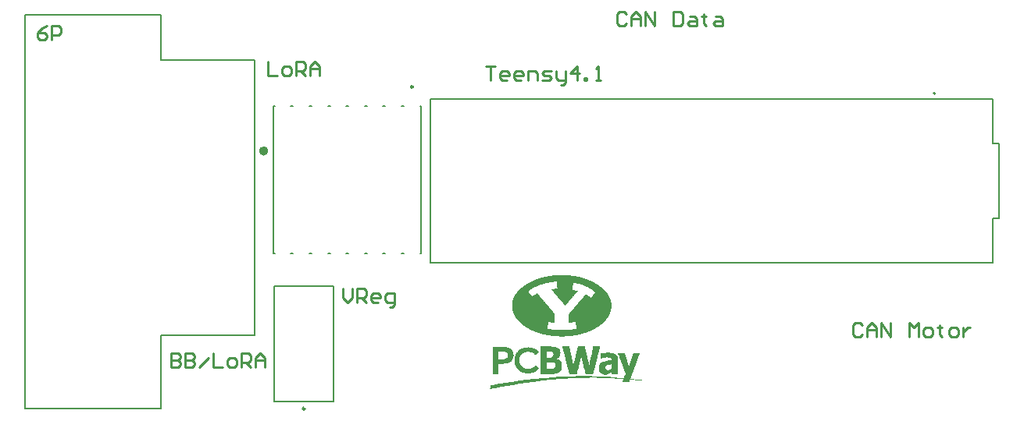
<source format=gbr>
%TF.GenerationSoftware,Altium Limited,Altium Designer,25.2.1 (25)*%
G04 Layer_Color=65535*
%FSLAX45Y45*%
%MOMM*%
%TF.SameCoordinates,E14999F2-3F76-4230-806F-2BB8C5B8D12E*%
%TF.FilePolarity,Positive*%
%TF.FileFunction,Legend,Top*%
%TF.Part,Single*%
G01*
G75*
%TA.AperFunction,NonConductor*%
%ADD35C,0.25000*%
%ADD36C,0.20000*%
%ADD37C,0.50000*%
%ADD38C,0.12700*%
%ADD39C,0.15240*%
%ADD40C,0.25400*%
G36*
X5879559Y1794426D02*
X5910207D01*
Y1792723D01*
X5911910D01*
Y1794426D01*
X5913613D01*
Y1792723D01*
X5935748D01*
Y1791021D01*
X5951072D01*
Y1789318D01*
X5962990D01*
Y1787615D01*
X5973206D01*
Y1785913D01*
X5986828D01*
Y1784210D01*
X5997044D01*
Y1782507D01*
X6007260D01*
Y1780804D01*
X6014071D01*
Y1779102D01*
X6020882D01*
Y1777399D01*
X6031098D01*
Y1775696D01*
X6037908D01*
Y1773994D01*
X6046422D01*
Y1772291D01*
X6051530D01*
Y1770589D01*
X6056638D01*
Y1768886D01*
X6065151D01*
Y1767183D01*
X6071962D01*
Y1765480D01*
X6077070D01*
Y1763778D01*
X6082178D01*
Y1762075D01*
X6088989D01*
Y1760372D01*
X6094097D01*
Y1758670D01*
X6099205D01*
Y1756967D01*
X6104313D01*
Y1755264D01*
X6107718D01*
Y1753562D01*
X6114529D01*
Y1751859D01*
X6119637D01*
Y1750156D01*
X6124745D01*
Y1748454D01*
X6128151D01*
Y1746751D01*
X6131556D01*
Y1745048D01*
X6136664D01*
Y1743346D01*
X6141772D01*
Y1741643D01*
X6146880D01*
Y1739940D01*
X6148583D01*
Y1738238D01*
X6153691D01*
Y1736535D01*
X6157096D01*
Y1734832D01*
X6162204D01*
Y1733129D01*
X6165609D01*
Y1731427D01*
X6169015D01*
Y1729724D01*
X6172420D01*
Y1728021D01*
X6177528D01*
Y1726319D01*
X6180934D01*
Y1724616D01*
X6182636D01*
Y1722913D01*
X6186042D01*
Y1721211D01*
X6191150D01*
Y1719508D01*
X6194555D01*
Y1717805D01*
X6197960D01*
Y1716103D01*
X6199663D01*
Y1714400D01*
X6203069D01*
Y1712697D01*
X6206474D01*
Y1710995D01*
X6209879D01*
Y1709292D01*
X6213285D01*
Y1707589D01*
X6214987D01*
Y1705887D01*
X6218393D01*
Y1704184D01*
X6221798D01*
Y1702481D01*
X6225203D01*
Y1700778D01*
X6226906D01*
Y1699076D01*
X6230311D01*
Y1697373D01*
X6232014D01*
Y1695670D01*
X6235420D01*
Y1693968D01*
X6238825D01*
Y1692265D01*
X6240528D01*
Y1690563D01*
X6242230D01*
Y1688860D01*
X6245636D01*
Y1687157D01*
X6247338D01*
Y1685454D01*
X6250744D01*
Y1683752D01*
X6252446D01*
Y1682049D01*
X6254149D01*
Y1680346D01*
X6257554D01*
Y1678644D01*
X6260960D01*
Y1676941D01*
X6262662D01*
Y1675238D01*
X6264365D01*
Y1673536D01*
X6266068D01*
Y1671833D01*
X6269473D01*
Y1670130D01*
X6271176D01*
Y1668427D01*
X6272878D01*
Y1666725D01*
X6274581D01*
Y1665022D01*
X6277986D01*
Y1663320D01*
X6279689D01*
Y1661617D01*
X6281392D01*
Y1659914D01*
X6283095D01*
Y1658212D01*
X6284797D01*
Y1656509D01*
X6288203D01*
Y1654806D01*
X6289905D01*
Y1653103D01*
X6291608D01*
Y1651401D01*
X6293311D01*
Y1649698D01*
X6295013D01*
Y1647995D01*
X6296716D01*
Y1646293D01*
X6298419D01*
Y1644590D01*
X6300122D01*
Y1642887D01*
X6301824D01*
Y1641185D01*
X6303527D01*
Y1639482D01*
X6305229D01*
Y1637779D01*
X6306932D01*
Y1636077D01*
X6308635D01*
Y1634374D01*
X6310337D01*
Y1632671D01*
X6312040D01*
Y1630969D01*
X6313743D01*
Y1629266D01*
X6315446D01*
Y1627563D01*
X6317148D01*
Y1625861D01*
X6318851D01*
Y1624158D01*
X6320554D01*
Y1622455D01*
X6322256D01*
Y1620752D01*
X6323959D01*
Y1619050D01*
X6325662D01*
Y1615644D01*
X6327364D01*
Y1613942D01*
X6329067D01*
Y1612239D01*
X6330770D01*
Y1610536D01*
X6332472D01*
Y1607131D01*
X6334175D01*
Y1605428D01*
X6335878D01*
Y1603726D01*
X6337580D01*
Y1600320D01*
X6339283D01*
Y1598618D01*
X6340986D01*
Y1596915D01*
X6342688D01*
Y1593510D01*
X6344391D01*
Y1591807D01*
X6346094D01*
Y1590104D01*
X6347797D01*
Y1586699D01*
X6349499D01*
Y1584996D01*
X6351202D01*
Y1581591D01*
X6352904D01*
Y1578186D01*
X6354607D01*
Y1574780D01*
X6356310D01*
Y1573077D01*
X6358013D01*
Y1569672D01*
X6359715D01*
Y1566267D01*
X6361418D01*
Y1562861D01*
X6363121D01*
Y1559456D01*
X6364823D01*
Y1556050D01*
X6366526D01*
Y1552645D01*
X6368229D01*
Y1547537D01*
X6369931D01*
Y1544132D01*
X6371634D01*
Y1540726D01*
X6373337D01*
Y1535618D01*
X6375039D01*
Y1530510D01*
X6376742D01*
Y1523700D01*
X6378445D01*
Y1518592D01*
X6380148D01*
Y1511781D01*
X6381850D01*
Y1504970D01*
X6383553D01*
Y1494754D01*
X6385255D01*
Y1477727D01*
X6386958D01*
Y1447079D01*
X6385255D01*
Y1430052D01*
X6383553D01*
Y1419836D01*
X6381850D01*
Y1411323D01*
X6380148D01*
Y1406215D01*
X6378445D01*
Y1401107D01*
X6376742D01*
Y1394296D01*
X6375039D01*
Y1389188D01*
X6373337D01*
Y1384080D01*
X6371634D01*
Y1380674D01*
X6369931D01*
Y1377269D01*
X6368229D01*
Y1372161D01*
X6366526D01*
Y1368756D01*
X6364823D01*
Y1365350D01*
X6363121D01*
Y1361945D01*
X6361418D01*
Y1358540D01*
X6359715D01*
Y1355134D01*
X6358013D01*
Y1351729D01*
X6356310D01*
Y1350026D01*
X6354607D01*
Y1346621D01*
X6352904D01*
Y1343215D01*
X6351202D01*
Y1341513D01*
X6349499D01*
Y1338107D01*
X6347797D01*
Y1334702D01*
X6346094D01*
Y1332999D01*
X6344391D01*
Y1331297D01*
X6342688D01*
Y1327891D01*
X6340986D01*
Y1326189D01*
X6339283D01*
Y1324486D01*
X6337580D01*
Y1321081D01*
X6335878D01*
Y1319378D01*
X6334175D01*
Y1317675D01*
X6332472D01*
Y1314270D01*
X6330770D01*
Y1312567D01*
X6329067D01*
Y1310865D01*
X6327364D01*
Y1309162D01*
X6325662D01*
Y1305756D01*
X6323959D01*
Y1304054D01*
X6322256D01*
Y1302351D01*
X6320554D01*
Y1300648D01*
X6318851D01*
Y1298946D01*
X6317148D01*
Y1297243D01*
X6315446D01*
Y1295540D01*
X6313743D01*
Y1293838D01*
X6312040D01*
Y1292135D01*
X6310337D01*
Y1290432D01*
X6308635D01*
Y1288730D01*
X6306932D01*
Y1287027D01*
X6305229D01*
Y1285324D01*
X6303527D01*
Y1283622D01*
X6301824D01*
Y1281919D01*
X6300122D01*
Y1280216D01*
X6298419D01*
Y1278514D01*
X6296716D01*
Y1276811D01*
X6295013D01*
Y1275108D01*
X6293311D01*
Y1273405D01*
X6291608D01*
Y1271703D01*
X6289905D01*
Y1270000D01*
X6286500D01*
Y1268297D01*
X6284797D01*
Y1266595D01*
X6283095D01*
Y1264892D01*
X6281392D01*
Y1263189D01*
X6279689D01*
Y1261487D01*
X6277986D01*
Y1259784D01*
X6274581D01*
Y1258081D01*
X6272878D01*
Y1256379D01*
X6271176D01*
Y1254676D01*
X6267771D01*
Y1252973D01*
X6266068D01*
Y1251271D01*
X6264365D01*
Y1249568D01*
X6262662D01*
Y1247865D01*
X6259257D01*
Y1246163D01*
X6257554D01*
Y1244460D01*
X6254149D01*
Y1242757D01*
X6252446D01*
Y1241054D01*
X6250744D01*
Y1239352D01*
X6247338D01*
Y1237649D01*
X6245636D01*
Y1235946D01*
X6242230D01*
Y1234244D01*
X6240528D01*
Y1232541D01*
X6237122D01*
Y1230839D01*
X6235420D01*
Y1229136D01*
X6232014D01*
Y1227433D01*
X6228609D01*
Y1225730D01*
X6226906D01*
Y1224028D01*
X6223501D01*
Y1222325D01*
X6220095D01*
Y1220622D01*
X6216690D01*
Y1218920D01*
X6214987D01*
Y1217217D01*
X6213285D01*
Y1215514D01*
X6209879D01*
Y1213812D01*
X6206474D01*
Y1212109D01*
X6203069D01*
Y1210406D01*
X6199663D01*
Y1208704D01*
X6196258D01*
Y1207001D01*
X6192852D01*
Y1205298D01*
X6189447D01*
Y1203596D01*
X6186042D01*
Y1201893D01*
X6182636D01*
Y1200190D01*
X6180934D01*
Y1198488D01*
X6175826D01*
Y1196785D01*
X6172420D01*
Y1195082D01*
X6169015D01*
Y1193379D01*
X6165609D01*
Y1191677D01*
X6162204D01*
Y1189974D01*
X6157096D01*
Y1188271D01*
X6151988D01*
Y1186569D01*
X6148583D01*
Y1184866D01*
X6145177D01*
Y1183163D01*
X6141772D01*
Y1181461D01*
X6136664D01*
Y1179758D01*
X6131556D01*
Y1178055D01*
X6128151D01*
Y1176353D01*
X6123043D01*
Y1174650D01*
X6119637D01*
Y1172947D01*
X6114529D01*
Y1171245D01*
X6107718D01*
Y1169542D01*
X6104313D01*
Y1167839D01*
X6099205D01*
Y1166137D01*
X6094097D01*
Y1164434D01*
X6087286D01*
Y1162731D01*
X6082178D01*
Y1161028D01*
X6077070D01*
Y1159326D01*
X6071962D01*
Y1157623D01*
X6065151D01*
Y1155920D01*
X6056638D01*
Y1154218D01*
X6051530D01*
Y1152515D01*
X6046422D01*
Y1150813D01*
X6037908D01*
Y1149110D01*
X6029395D01*
Y1147407D01*
X6020882D01*
Y1145704D01*
X6014071D01*
Y1144002D01*
X6005557D01*
Y1142299D01*
X5995341D01*
Y1140596D01*
X5983423D01*
Y1138894D01*
X5971504D01*
Y1137191D01*
X5962990D01*
Y1135488D01*
X5949369D01*
Y1133786D01*
X5934045D01*
Y1132083D01*
X5911910D01*
Y1130380D01*
X5879559D01*
Y1128677D01*
X5818263D01*
Y1130380D01*
X5816560D01*
Y1128677D01*
X5814857D01*
Y1130380D01*
X5785912D01*
Y1132083D01*
X5762074D01*
Y1133786D01*
X5746750D01*
Y1135488D01*
X5734831D01*
Y1137191D01*
X5724615D01*
Y1138894D01*
X5710994D01*
Y1140596D01*
X5700778D01*
Y1142299D01*
X5690561D01*
Y1144002D01*
X5682048D01*
Y1145704D01*
X5676940D01*
Y1147407D01*
X5666724D01*
Y1149110D01*
X5658210D01*
Y1150813D01*
X5651400D01*
Y1152515D01*
X5646292D01*
Y1154218D01*
X5639481D01*
Y1155920D01*
X5632670D01*
Y1157623D01*
X5625859D01*
Y1159326D01*
X5619049D01*
Y1161028D01*
X5613941D01*
Y1162731D01*
X5608833D01*
Y1164434D01*
X5602022D01*
Y1166137D01*
X5596914D01*
Y1167839D01*
X5591806D01*
Y1169542D01*
X5588401D01*
Y1171245D01*
X5583293D01*
Y1172947D01*
X5578184D01*
Y1174650D01*
X5573076D01*
Y1176353D01*
X5569671D01*
Y1178055D01*
X5564563D01*
Y1179758D01*
X5561158D01*
Y1181461D01*
X5556050D01*
Y1183163D01*
X5550942D01*
Y1184866D01*
X5547536D01*
Y1186569D01*
X5544131D01*
Y1188271D01*
X5540726D01*
Y1189974D01*
X5535618D01*
Y1191677D01*
X5532212D01*
Y1193379D01*
X5528807D01*
Y1195082D01*
X5525401D01*
Y1196785D01*
X5520293D01*
Y1198488D01*
X5516888D01*
Y1200190D01*
X5513482D01*
Y1201893D01*
X5510077D01*
Y1203596D01*
X5506672D01*
Y1205298D01*
X5503267D01*
Y1207001D01*
X5499861D01*
Y1208704D01*
X5498158D01*
Y1210406D01*
X5494753D01*
Y1212109D01*
X5491348D01*
Y1213812D01*
X5487942D01*
Y1215514D01*
X5484537D01*
Y1217217D01*
X5482834D01*
Y1218920D01*
X5479429D01*
Y1220622D01*
X5476024D01*
Y1222325D01*
X5472618D01*
Y1224028D01*
X5470916D01*
Y1225730D01*
X5467510D01*
Y1227433D01*
X5465807D01*
Y1229136D01*
X5462402D01*
Y1230839D01*
X5458997D01*
Y1232541D01*
X5457294D01*
Y1234244D01*
X5453889D01*
Y1235946D01*
X5452186D01*
Y1237649D01*
X5448781D01*
Y1239352D01*
X5447078D01*
Y1241054D01*
X5443673D01*
Y1242757D01*
X5441970D01*
Y1244460D01*
X5440267D01*
Y1246163D01*
X5436862D01*
Y1247865D01*
X5435159D01*
Y1249568D01*
X5433456D01*
Y1251271D01*
X5430051D01*
Y1252973D01*
X5428349D01*
Y1254676D01*
X5426646D01*
Y1256379D01*
X5423240D01*
Y1258081D01*
X5421538D01*
Y1259784D01*
X5419835D01*
Y1261487D01*
X5418132D01*
Y1263189D01*
X5414727D01*
Y1264892D01*
X5413024D01*
Y1266595D01*
X5411322D01*
Y1268297D01*
X5409619D01*
Y1270000D01*
X5407916D01*
Y1271703D01*
X5406214D01*
Y1273405D01*
X5404511D01*
Y1275108D01*
X5402808D01*
Y1276811D01*
X5399403D01*
Y1278514D01*
X5397700D01*
Y1280216D01*
X5395998D01*
Y1281919D01*
X5394295D01*
Y1285324D01*
X5390890D01*
Y1287027D01*
X5389187D01*
Y1288730D01*
X5387484D01*
Y1290432D01*
X5385781D01*
Y1292135D01*
X5384079D01*
Y1293838D01*
X5382376D01*
Y1295540D01*
X5380674D01*
Y1298946D01*
X5378971D01*
Y1300648D01*
X5377268D01*
Y1302351D01*
X5375565D01*
Y1304054D01*
X5373863D01*
Y1305756D01*
X5372160D01*
Y1307459D01*
X5370457D01*
Y1310865D01*
X5368755D01*
Y1312567D01*
X5367052D01*
Y1314270D01*
X5365349D01*
Y1315972D01*
X5363647D01*
Y1317675D01*
X5361944D01*
Y1321081D01*
X5360241D01*
Y1322783D01*
X5358539D01*
Y1324486D01*
X5356836D01*
Y1327891D01*
X5355133D01*
Y1329594D01*
X5353430D01*
Y1332999D01*
X5351728D01*
Y1334702D01*
X5350025D01*
Y1336405D01*
X5348323D01*
Y1339810D01*
X5346620D01*
Y1343215D01*
X5344917D01*
Y1344918D01*
X5343214D01*
Y1348323D01*
X5341512D01*
Y1350026D01*
X5339809D01*
Y1355134D01*
X5338106D01*
Y1358540D01*
X5336404D01*
Y1360242D01*
X5334701D01*
Y1363648D01*
X5332998D01*
Y1367053D01*
X5331296D01*
Y1372161D01*
X5329593D01*
Y1375566D01*
X5327890D01*
Y1378972D01*
X5326188D01*
Y1382377D01*
X5324485D01*
Y1387485D01*
X5322782D01*
Y1394296D01*
X5321080D01*
Y1397701D01*
X5319377D01*
Y1402809D01*
X5317674D01*
Y1409620D01*
X5315972D01*
Y1416431D01*
X5314269D01*
Y1424944D01*
X5312566D01*
Y1438566D01*
X5310863D01*
Y1486241D01*
X5312566D01*
Y1499862D01*
X5314269D01*
Y1508375D01*
X5315972D01*
Y1515186D01*
X5317674D01*
Y1521997D01*
X5319377D01*
Y1527105D01*
X5321080D01*
Y1532213D01*
X5322782D01*
Y1537321D01*
X5324485D01*
Y1542429D01*
X5326188D01*
Y1545835D01*
X5327890D01*
Y1549240D01*
X5329593D01*
Y1554348D01*
X5331296D01*
Y1557753D01*
X5332998D01*
Y1561159D01*
X5334701D01*
Y1564564D01*
X5336404D01*
Y1567969D01*
X5338106D01*
Y1571375D01*
X5339809D01*
Y1574780D01*
X5341512D01*
Y1576483D01*
X5343214D01*
Y1579888D01*
X5344917D01*
Y1583294D01*
X5346620D01*
Y1584996D01*
X5348323D01*
Y1588401D01*
X5350025D01*
Y1590104D01*
X5351728D01*
Y1591807D01*
X5353430D01*
Y1595212D01*
X5355133D01*
Y1598618D01*
X5356836D01*
Y1600320D01*
X5358539D01*
Y1602023D01*
X5360241D01*
Y1603726D01*
X5361944D01*
Y1607131D01*
X5363647D01*
Y1608834D01*
X5365349D01*
Y1612239D01*
X5367052D01*
Y1613942D01*
X5368755D01*
Y1615644D01*
X5370457D01*
Y1617347D01*
X5372160D01*
Y1619050D01*
X5373863D01*
Y1620752D01*
X5375565D01*
Y1622455D01*
X5377268D01*
Y1624158D01*
X5378971D01*
Y1627563D01*
X5380674D01*
Y1629266D01*
X5382376D01*
Y1630969D01*
X5384079D01*
Y1632671D01*
X5385781D01*
Y1634374D01*
X5387484D01*
Y1636077D01*
X5389187D01*
Y1637779D01*
X5390890D01*
Y1639482D01*
X5392592D01*
Y1641185D01*
X5394295D01*
Y1642887D01*
X5395998D01*
Y1644590D01*
X5397700D01*
Y1646293D01*
X5399403D01*
Y1647995D01*
X5402808D01*
Y1651401D01*
X5404511D01*
Y1653103D01*
X5406214D01*
Y1654806D01*
X5409619D01*
Y1656509D01*
X5411322D01*
Y1658212D01*
X5413024D01*
Y1659914D01*
X5414727D01*
Y1661617D01*
X5416430D01*
Y1663320D01*
X5419835D01*
Y1665022D01*
X5421538D01*
Y1666725D01*
X5423240D01*
Y1668427D01*
X5424943D01*
Y1670130D01*
X5428349D01*
Y1671833D01*
X5430051D01*
Y1673536D01*
X5431754D01*
Y1675238D01*
X5435159D01*
Y1676941D01*
X5436862D01*
Y1678644D01*
X5438565D01*
Y1680346D01*
X5441970D01*
Y1682049D01*
X5443673D01*
Y1683752D01*
X5445375D01*
Y1685454D01*
X5448781D01*
Y1687157D01*
X5452186D01*
Y1688860D01*
X5453889D01*
Y1690563D01*
X5457294D01*
Y1692265D01*
X5458997D01*
Y1693968D01*
X5460700D01*
Y1695670D01*
X5464105D01*
Y1697373D01*
X5467510D01*
Y1699076D01*
X5469213D01*
Y1700778D01*
X5472618D01*
Y1702481D01*
X5476024D01*
Y1704184D01*
X5479429D01*
Y1705887D01*
X5481132D01*
Y1707589D01*
X5484537D01*
Y1709292D01*
X5486240D01*
Y1710995D01*
X5489645D01*
Y1712697D01*
X5494753D01*
Y1714400D01*
X5496456D01*
Y1716103D01*
X5499861D01*
Y1717805D01*
X5503267D01*
Y1719508D01*
X5506672D01*
Y1721211D01*
X5510077D01*
Y1722913D01*
X5513482D01*
Y1724616D01*
X5516888D01*
Y1726319D01*
X5520293D01*
Y1728021D01*
X5523699D01*
Y1729724D01*
X5527104D01*
Y1731427D01*
X5530509D01*
Y1733129D01*
X5535618D01*
Y1734832D01*
X5539023D01*
Y1736535D01*
X5544131D01*
Y1738238D01*
X5547536D01*
Y1739940D01*
X5550942D01*
Y1741643D01*
X5556050D01*
Y1743346D01*
X5559455D01*
Y1745048D01*
X5564563D01*
Y1746751D01*
X5567968D01*
Y1748454D01*
X5573076D01*
Y1750156D01*
X5578184D01*
Y1751859D01*
X5583293D01*
Y1753562D01*
X5588401D01*
Y1755264D01*
X5591806D01*
Y1756967D01*
X5596914D01*
Y1758670D01*
X5603725D01*
Y1760372D01*
X5608833D01*
Y1762075D01*
X5613941D01*
Y1763778D01*
X5619049D01*
Y1765480D01*
X5625859D01*
Y1767183D01*
X5632670D01*
Y1768886D01*
X5639481D01*
Y1770589D01*
X5646292D01*
Y1772291D01*
X5651400D01*
Y1773994D01*
X5658210D01*
Y1775696D01*
X5666724D01*
Y1777399D01*
X5675237D01*
Y1779102D01*
X5682048D01*
Y1780804D01*
X5690561D01*
Y1782507D01*
X5699075D01*
Y1784210D01*
X5709291D01*
Y1785913D01*
X5722912D01*
Y1787615D01*
X5733128D01*
Y1789318D01*
X5745047D01*
Y1791021D01*
X5760372D01*
Y1792723D01*
X5779101D01*
Y1794426D01*
X5816560D01*
Y1796129D01*
X5879559D01*
Y1794426D01*
D02*
G37*
G36*
X5488517Y1011767D02*
X5516033D01*
Y1008709D01*
X5528263D01*
Y1005652D01*
X5537435D01*
Y1002594D01*
X5543550D01*
Y999537D01*
X5552722D01*
Y996480D01*
X5558837D01*
Y993422D01*
X5564952D01*
Y990365D01*
X5568009D01*
Y987307D01*
X5574124D01*
Y984250D01*
X5577181D01*
Y981193D01*
X5583296D01*
Y978135D01*
X5586354D01*
Y975078D01*
X5589411D01*
Y972020D01*
X5592468D01*
Y965906D01*
X5595526D01*
Y962848D01*
X5598583D01*
Y959791D01*
X5601641D01*
Y956733D01*
X5598583D01*
Y953676D01*
X5595526D01*
Y950619D01*
X5592468D01*
Y947561D01*
X5589411D01*
Y944504D01*
X5586354D01*
Y941446D01*
X5583296D01*
Y938389D01*
X5580239D01*
Y935332D01*
X5577181D01*
Y932274D01*
X5574124D01*
Y929217D01*
X5571067D01*
Y926159D01*
X5564952D01*
Y929217D01*
X5561894D01*
Y932274D01*
X5555780D01*
Y935332D01*
X5552722D01*
Y938389D01*
X5549665D01*
Y941446D01*
X5546607D01*
Y944504D01*
X5540493D01*
Y947561D01*
X5534378D01*
Y950619D01*
X5531320D01*
Y953676D01*
X5522148D01*
Y956733D01*
X5516033D01*
Y959791D01*
X5500746D01*
Y962848D01*
X5464057D01*
Y959791D01*
X5448770D01*
Y956733D01*
X5442656D01*
Y953676D01*
X5436541D01*
Y950619D01*
X5430426D01*
Y947561D01*
X5427368D01*
Y944504D01*
X5424311D01*
Y941446D01*
X5418196D01*
Y938389D01*
X5415139D01*
Y935332D01*
X5412081D01*
Y932274D01*
X5409024D01*
Y929217D01*
X5405967D01*
Y923102D01*
X5402909D01*
Y920044D01*
X5399852D01*
Y913930D01*
X5396794D01*
Y907815D01*
X5393737D01*
Y898643D01*
X5390680D01*
Y880298D01*
X5387622D01*
Y861954D01*
X5390680D01*
Y843609D01*
X5393737D01*
Y834437D01*
X5396794D01*
Y828322D01*
X5399852D01*
Y822207D01*
X5402909D01*
Y816093D01*
X5405967D01*
Y813035D01*
X5409024D01*
Y809978D01*
X5412081D01*
Y806920D01*
X5415139D01*
Y803863D01*
X5418196D01*
Y800806D01*
X5421254D01*
Y797748D01*
X5424311D01*
Y794691D01*
X5430426D01*
Y791633D01*
X5433483D01*
Y788576D01*
X5439598D01*
Y785519D01*
X5448770D01*
Y782461D01*
X5457943D01*
Y779404D01*
X5506861D01*
Y782461D01*
X5519091D01*
Y785519D01*
X5528263D01*
Y788576D01*
X5531320D01*
Y791633D01*
X5537435D01*
Y794691D01*
X5543550D01*
Y797748D01*
X5546607D01*
Y800806D01*
X5549665D01*
Y803863D01*
X5552722D01*
Y806920D01*
X5558837D01*
Y809978D01*
X5561894D01*
Y813035D01*
X5564952D01*
Y816093D01*
X5568009D01*
Y813035D01*
X5571067D01*
Y809978D01*
X5574124D01*
Y806920D01*
X5577181D01*
Y803863D01*
X5580239D01*
Y800806D01*
X5583296D01*
Y797748D01*
X5586354D01*
Y794691D01*
X5589411D01*
Y791633D01*
X5592468D01*
Y788576D01*
X5595526D01*
Y785519D01*
X5598583D01*
Y776346D01*
X5595526D01*
Y773289D01*
X5592468D01*
Y770232D01*
X5589411D01*
Y767174D01*
X5583296D01*
Y764117D01*
X5580239D01*
Y761059D01*
X5577181D01*
Y758002D01*
X5574124D01*
Y754944D01*
X5571067D01*
Y751887D01*
X5564952D01*
Y748830D01*
X5561894D01*
Y745772D01*
X5552722D01*
Y742715D01*
X5549665D01*
Y739657D01*
X5540493D01*
Y736600D01*
X5531320D01*
Y733543D01*
X5519091D01*
Y730485D01*
X5500746D01*
Y727428D01*
X5464057D01*
Y730485D01*
X5445713D01*
Y733543D01*
X5433483D01*
Y736600D01*
X5424311D01*
Y739657D01*
X5418196D01*
Y742715D01*
X5412081D01*
Y745772D01*
X5405967D01*
Y748830D01*
X5399852D01*
Y751887D01*
X5393737D01*
Y754944D01*
X5390680D01*
Y758002D01*
X5387622D01*
Y761059D01*
X5384565D01*
Y764117D01*
X5381507D01*
Y767174D01*
X5378450D01*
Y770232D01*
X5375393D01*
Y773289D01*
X5372335D01*
Y776346D01*
X5369278D01*
Y779404D01*
X5366220D01*
Y782461D01*
X5363163D01*
Y788576D01*
X5360106D01*
Y791633D01*
X5357048D01*
Y794691D01*
X5353991D01*
Y800806D01*
X5350933D01*
Y806920D01*
X5347876D01*
Y816093D01*
X5344818D01*
Y825265D01*
X5341761D01*
Y837494D01*
X5338704D01*
Y861954D01*
X5335646D01*
Y880298D01*
X5338704D01*
Y904757D01*
X5341761D01*
Y913930D01*
X5344818D01*
Y926159D01*
X5347876D01*
Y932274D01*
X5350933D01*
Y938389D01*
X5353991D01*
Y944504D01*
X5357048D01*
Y947561D01*
X5360106D01*
Y953676D01*
X5363163D01*
Y956733D01*
X5366220D01*
Y959791D01*
X5369278D01*
Y962848D01*
X5372335D01*
Y965906D01*
X5375393D01*
Y972020D01*
X5378450D01*
Y975078D01*
X5381507D01*
Y978135D01*
X5384565D01*
Y981193D01*
X5390680D01*
Y984250D01*
X5393737D01*
Y987307D01*
X5396794D01*
Y990365D01*
X5402909D01*
Y993422D01*
X5409024D01*
Y996480D01*
X5415139D01*
Y999537D01*
X5421254D01*
Y1002594D01*
X5430426D01*
Y1005652D01*
X5439598D01*
Y1008709D01*
X5448770D01*
Y1011767D01*
X5479344D01*
Y1014824D01*
X5488517D01*
Y1011767D01*
D02*
G37*
G36*
X6265098Y1014824D02*
X6262041D01*
Y1002594D01*
X6258983D01*
Y990365D01*
X6255926D01*
Y978135D01*
X6252868D01*
Y965906D01*
X6249811D01*
Y953676D01*
X6246754D01*
Y941446D01*
X6243696D01*
Y929217D01*
X6240639D01*
Y913930D01*
X6237581D01*
Y904757D01*
X6234524D01*
Y892528D01*
X6231467D01*
Y880298D01*
X6228409D01*
Y868069D01*
X6225352D01*
Y852782D01*
X6222294D01*
Y840552D01*
X6219237D01*
Y831380D01*
X6216180D01*
Y819150D01*
X6213122D01*
Y809978D01*
X6210065D01*
Y797748D01*
X6207007D01*
Y785519D01*
X6203950D01*
Y773289D01*
X6200893D01*
Y761059D01*
X6197835D01*
Y745772D01*
X6194778D01*
Y733543D01*
X6191720D01*
Y724370D01*
X6188663D01*
Y721313D01*
X6106113D01*
Y730485D01*
X6103056D01*
Y742715D01*
X6099998D01*
Y754944D01*
X6096941D01*
Y767174D01*
X6093883D01*
Y779404D01*
X6090826D01*
Y791633D01*
X6087768D01*
Y803863D01*
X6084711D01*
Y816093D01*
X6081654D01*
Y828322D01*
X6078596D01*
Y840552D01*
X6075539D01*
Y852782D01*
X6072481D01*
Y861954D01*
X6069424D01*
Y877241D01*
X6066367D01*
Y889470D01*
X6063309D01*
Y895585D01*
X6060252D01*
Y901700D01*
X6057194D01*
Y892528D01*
X6054137D01*
Y880298D01*
X6051080D01*
Y871126D01*
X6048022D01*
Y855839D01*
X6044965D01*
Y843609D01*
X6041907D01*
Y831380D01*
X6038850D01*
Y819150D01*
X6035793D01*
Y806920D01*
X6032735D01*
Y794691D01*
X6029678D01*
Y782461D01*
X6026620D01*
Y770232D01*
X6023563D01*
Y758002D01*
X6020506D01*
Y742715D01*
X6017448D01*
Y730485D01*
X6014391D01*
Y721313D01*
X5931841D01*
Y724370D01*
X5928783D01*
Y736600D01*
X5925726D01*
Y745772D01*
X5922668D01*
Y761059D01*
X5919611D01*
Y773289D01*
X5916554D01*
Y785519D01*
X5913496D01*
Y794691D01*
X5910439D01*
Y803863D01*
X5907381D01*
Y816093D01*
X5904324D01*
Y828322D01*
X5901267D01*
Y840552D01*
X5898209D01*
Y852782D01*
X5895152D01*
Y865011D01*
X5892094D01*
Y877241D01*
X5889037D01*
Y883356D01*
Y886413D01*
Y889470D01*
X5885980D01*
Y904757D01*
X5882922D01*
Y913930D01*
X5879865D01*
Y929217D01*
X5876807D01*
Y941446D01*
X5873750D01*
Y950619D01*
X5870693D01*
Y965906D01*
X5867635D01*
Y978135D01*
X5864578D01*
Y990365D01*
X5861520D01*
Y996480D01*
X5858463D01*
Y1008709D01*
X5855406D01*
Y1020939D01*
X5931841D01*
Y1017882D01*
X5934898D01*
Y1002594D01*
X5937956D01*
Y987307D01*
X5941013D01*
Y972020D01*
X5944070D01*
Y956733D01*
X5947128D01*
Y941446D01*
X5950185D01*
Y926159D01*
X5953243D01*
Y910872D01*
X5956300D01*
Y895585D01*
X5959357D01*
Y880298D01*
X5962415D01*
Y871126D01*
X5965472D01*
Y855839D01*
X5968530D01*
Y840552D01*
X5971587D01*
Y825265D01*
X5974644D01*
Y828322D01*
X5977702D01*
Y840552D01*
X5980759D01*
Y852782D01*
X5983817D01*
Y865011D01*
X5986874D01*
Y877241D01*
X5989931D01*
Y889470D01*
X5992989D01*
Y901700D01*
X5996046D01*
Y916987D01*
X5999104D01*
Y929217D01*
X6002161D01*
Y941446D01*
X6005218D01*
Y953676D01*
X6008276D01*
Y965906D01*
X6011333D01*
Y975078D01*
X6014391D01*
Y987307D01*
X6017448D01*
Y996480D01*
X6020506D01*
Y1008709D01*
X6023563D01*
Y1020939D01*
X6096941D01*
Y1017882D01*
X6099998D01*
Y1005652D01*
X6103056D01*
Y993422D01*
X6106113D01*
Y981193D01*
X6109170D01*
Y965906D01*
X6112228D01*
Y956733D01*
X6115285D01*
Y944504D01*
X6118343D01*
Y932274D01*
X6121400D01*
Y920044D01*
X6124457D01*
Y904757D01*
X6127515D01*
Y892528D01*
X6130572D01*
Y880298D01*
X6133630D01*
Y868069D01*
X6136687D01*
Y852782D01*
X6139744D01*
Y840552D01*
X6142802D01*
Y828322D01*
X6145859D01*
Y825265D01*
X6148917D01*
Y840552D01*
X6151974D01*
Y855839D01*
X6155031D01*
Y868069D01*
X6158089D01*
Y883356D01*
X6161146D01*
Y898643D01*
X6164204D01*
Y907815D01*
X6167261D01*
Y923102D01*
X6170318D01*
Y935332D01*
X6173376D01*
Y950619D01*
X6176433D01*
Y965906D01*
X6179491D01*
Y981193D01*
X6182548D01*
Y993422D01*
X6185606D01*
Y1008709D01*
X6188663D01*
Y1020939D01*
X6265098D01*
Y1014824D01*
D02*
G37*
G36*
X6693135Y938389D02*
X6690078D01*
Y929217D01*
X6687020D01*
Y920044D01*
X6683963D01*
Y910872D01*
X6680906D01*
Y901700D01*
X6677848D01*
Y895585D01*
X6674791D01*
Y886413D01*
X6671733D01*
Y877241D01*
X6668676D01*
Y871126D01*
X6665618D01*
Y861954D01*
X6662561D01*
Y855839D01*
X6659504D01*
Y846667D01*
X6656446D01*
Y837494D01*
X6653389D01*
Y828322D01*
X6650331D01*
Y822207D01*
X6647274D01*
Y813035D01*
X6644217D01*
Y803863D01*
X6641159D01*
Y794691D01*
X6638102D01*
Y785519D01*
X6635044D01*
Y779404D01*
X6631987D01*
Y770232D01*
X6628930D01*
Y761059D01*
X6625872D01*
Y751887D01*
X6622815D01*
Y745772D01*
X6619757D01*
Y736600D01*
X6616700D01*
Y730485D01*
X6613643D01*
Y724370D01*
X6610585D01*
Y715198D01*
X6607528D01*
Y706026D01*
X6604470D01*
Y696854D01*
X6601413D01*
Y687682D01*
X6598356D01*
Y681567D01*
X6595298D01*
Y669337D01*
X6613643D01*
Y666280D01*
X6638102D01*
Y663222D01*
X6662561D01*
Y660165D01*
X6690078D01*
Y657107D01*
X6717594D01*
Y654050D01*
X6714537D01*
Y650993D01*
X6711480D01*
Y647935D01*
X6699250D01*
Y650993D01*
X6665618D01*
Y654050D01*
X6641159D01*
Y657107D01*
X6607528D01*
Y660165D01*
X6604470D01*
Y657107D01*
X6598356D01*
Y660165D01*
X6589183D01*
Y657107D01*
X6586126D01*
Y644878D01*
X6583068D01*
Y638763D01*
X6506633D01*
Y644878D01*
X6509691D01*
Y654050D01*
X6512748D01*
Y660165D01*
X6515806D01*
Y666280D01*
X6497461D01*
Y669337D01*
X6457715D01*
Y672394D01*
X6424083D01*
Y675452D01*
X6384337D01*
Y678509D01*
X6323189D01*
Y681567D01*
X6228409D01*
Y684624D01*
X6148917D01*
Y681567D01*
X6038850D01*
Y678509D01*
X5959357D01*
Y675452D01*
X5913496D01*
Y672394D01*
X5873750D01*
Y669337D01*
X5824831D01*
Y666280D01*
X5788143D01*
Y663222D01*
X5757568D01*
Y660165D01*
X5723937D01*
Y657107D01*
X5687248D01*
Y654050D01*
X5671961D01*
Y650993D01*
X5647502D01*
Y647935D01*
X5616928D01*
Y644878D01*
X5589411D01*
Y641820D01*
X5571067D01*
Y638763D01*
X5543550D01*
Y635706D01*
X5516033D01*
Y632648D01*
X5497689D01*
Y629591D01*
X5476287D01*
Y626533D01*
X5451828D01*
Y623476D01*
X5433483D01*
Y620419D01*
X5415139D01*
Y617361D01*
X5393737D01*
Y614304D01*
X5372335D01*
Y611246D01*
X5353991D01*
Y608189D01*
X5335646D01*
Y605132D01*
X5314244D01*
Y602074D01*
X5295900D01*
Y599017D01*
X5286728D01*
Y595959D01*
X5265326D01*
Y592902D01*
X5246981D01*
Y589844D01*
X5231694D01*
Y586787D01*
X5213350D01*
Y583730D01*
X5195006D01*
Y580672D01*
X5179718D01*
Y577615D01*
X5167489D01*
Y574557D01*
X5146087D01*
Y571500D01*
X5130800D01*
Y568443D01*
X5115513D01*
Y565385D01*
X5094111D01*
Y562328D01*
X5081881D01*
Y559270D01*
X5069652D01*
Y568443D01*
X5072709D01*
Y583730D01*
X5075767D01*
Y595959D01*
X5078824D01*
Y599017D01*
X5084939D01*
Y602074D01*
X5100226D01*
Y605132D01*
X5115513D01*
Y608189D01*
X5136915D01*
Y611246D01*
X5152202D01*
Y614304D01*
X5167489D01*
Y617361D01*
X5188891D01*
Y620419D01*
X5210293D01*
Y623476D01*
X5225580D01*
Y626533D01*
X5246981D01*
Y629591D01*
X5268383D01*
Y632648D01*
X5286728D01*
Y635706D01*
X5305072D01*
Y638763D01*
X5329531D01*
Y641820D01*
X5350933D01*
Y644878D01*
X5372335D01*
Y647935D01*
X5393737D01*
Y650993D01*
X5412081D01*
Y654050D01*
X5433483D01*
Y657107D01*
X5457943D01*
Y660165D01*
X5488517D01*
Y663222D01*
X5509918D01*
Y666280D01*
X5512976D01*
Y663222D01*
X5516033D01*
Y666280D01*
X5537435D01*
Y669337D01*
X5574124D01*
Y672394D01*
X5604698D01*
Y675452D01*
X5635272D01*
Y678509D01*
X5665846D01*
Y681567D01*
X5708650D01*
Y684624D01*
X5748396D01*
Y687682D01*
X5788143D01*
Y690739D01*
X5846233D01*
Y693796D01*
X5907381D01*
Y696854D01*
X5999104D01*
Y699911D01*
X6173376D01*
Y696854D01*
X6252868D01*
Y693796D01*
X6255926D01*
Y696854D01*
X6262041D01*
Y693796D01*
X6326246D01*
Y690739D01*
X6381280D01*
Y687682D01*
X6417968D01*
Y684624D01*
X6451600D01*
Y681567D01*
X6494404D01*
Y678509D01*
X6521920D01*
Y681567D01*
X6524978D01*
Y690739D01*
X6528035D01*
Y699911D01*
X6531093D01*
Y706026D01*
X6534150D01*
Y715198D01*
X6537207D01*
Y721313D01*
X6540265D01*
Y730485D01*
X6537207D01*
Y739657D01*
X6534150D01*
Y745772D01*
X6531093D01*
Y754944D01*
X6528035D01*
Y764117D01*
X6524978D01*
Y773289D01*
X6521920D01*
Y779404D01*
X6518863D01*
Y788576D01*
X6515806D01*
Y794691D01*
X6512748D01*
Y803863D01*
X6509691D01*
Y809978D01*
X6506633D01*
Y819150D01*
X6503576D01*
Y828322D01*
X6500518D01*
Y837494D01*
X6497461D01*
Y843609D01*
X6494404D01*
Y852782D01*
X6491346D01*
Y858896D01*
X6488289D01*
Y868069D01*
X6485231D01*
Y877241D01*
X6482174D01*
Y886413D01*
X6479117D01*
Y892528D01*
X6476059D01*
Y901700D01*
X6473002D01*
Y910872D01*
X6469944D01*
Y920044D01*
X6466887D01*
Y926159D01*
X6463830D01*
Y932274D01*
X6460772D01*
Y941446D01*
X6457715D01*
Y947561D01*
X6531093D01*
Y944504D01*
X6534150D01*
Y935332D01*
X6537207D01*
Y926159D01*
X6540265D01*
Y913930D01*
X6543322D01*
Y904757D01*
X6546380D01*
Y895585D01*
X6549437D01*
Y886413D01*
X6552494D01*
Y877241D01*
X6555552D01*
Y868069D01*
X6558609D01*
Y858896D01*
X6561667D01*
Y849724D01*
X6564724D01*
Y840552D01*
X6567781D01*
Y834437D01*
X6570839D01*
Y825265D01*
X6573896D01*
Y816093D01*
X6576954D01*
Y809978D01*
X6580011D01*
Y813035D01*
X6583068D01*
Y825265D01*
X6586126D01*
Y834437D01*
X6589183D01*
Y843609D01*
X6592241D01*
Y852782D01*
X6595298D01*
Y861954D01*
X6598356D01*
Y874183D01*
X6601413D01*
Y883356D01*
X6604470D01*
Y892528D01*
X6607528D01*
Y901700D01*
X6610585D01*
Y913930D01*
X6613643D01*
Y923102D01*
X6616700D01*
Y932274D01*
X6619757D01*
Y938389D01*
X6622815D01*
Y947561D01*
X6693135D01*
Y938389D01*
D02*
G37*
G36*
X6375165Y950619D02*
X6396567D01*
Y947561D01*
X6408796D01*
Y944504D01*
X6417968D01*
Y941446D01*
X6424083D01*
Y938389D01*
X6430198D01*
Y935332D01*
X6433256D01*
Y932274D01*
X6439370D01*
Y929217D01*
X6442428D01*
Y926159D01*
X6445485D01*
Y923102D01*
X6448543D01*
Y916987D01*
X6451600D01*
Y910872D01*
X6454657D01*
Y901700D01*
X6457715D01*
Y886413D01*
X6460772D01*
Y721313D01*
X6390452D01*
Y727428D01*
Y730485D01*
Y742715D01*
X6387394D01*
Y739657D01*
X6381280D01*
Y736600D01*
X6378222D01*
Y733543D01*
X6375165D01*
Y730485D01*
X6369050D01*
Y727428D01*
X6362935D01*
Y724370D01*
X6356820D01*
Y721313D01*
X6350706D01*
Y718256D01*
X6338476D01*
Y715198D01*
X6304844D01*
Y718256D01*
X6292615D01*
Y721313D01*
X6286500D01*
Y724370D01*
X6280385D01*
Y727428D01*
X6277328D01*
Y730485D01*
X6274270D01*
Y733543D01*
X6268156D01*
Y736600D01*
X6265098D01*
Y739657D01*
X6262041D01*
Y745772D01*
X6258983D01*
Y748830D01*
X6255926D01*
Y754944D01*
X6252868D01*
Y767174D01*
X6249811D01*
Y806920D01*
X6252868D01*
Y819150D01*
X6255926D01*
Y825265D01*
X6258983D01*
Y828322D01*
X6262041D01*
Y834437D01*
X6268156D01*
Y837494D01*
X6271213D01*
Y840552D01*
X6274270D01*
Y843609D01*
X6277328D01*
Y846667D01*
X6283443D01*
Y849724D01*
X6289557D01*
Y852782D01*
X6295672D01*
Y855839D01*
X6304844D01*
Y858896D01*
X6317074D01*
Y861954D01*
X6332361D01*
Y865011D01*
X6350706D01*
Y868069D01*
X6384337D01*
Y871126D01*
X6390452D01*
Y883356D01*
X6387394D01*
Y889470D01*
X6384337D01*
Y892528D01*
X6381280D01*
Y895585D01*
X6378222D01*
Y898643D01*
X6369050D01*
Y901700D01*
X6347648D01*
Y904757D01*
X6329304D01*
Y901700D01*
X6310959D01*
Y898643D01*
X6298730D01*
Y895585D01*
X6289557D01*
Y892528D01*
X6280385D01*
Y889470D01*
X6274270D01*
Y886413D01*
X6271213D01*
Y889470D01*
X6268156D01*
Y941446D01*
X6271213D01*
Y944504D01*
X6283443D01*
Y947561D01*
X6301787D01*
Y950619D01*
X6326246D01*
Y953676D01*
X6375165D01*
Y950619D01*
D02*
G37*
G36*
X5736167Y1017882D02*
X5775913D01*
Y1014824D01*
X5788143D01*
Y1011767D01*
X5797315D01*
Y1008709D01*
X5803430D01*
Y1005652D01*
X5806487D01*
Y1002594D01*
X5812602D01*
Y999537D01*
X5815659D01*
Y996480D01*
X5818717D01*
Y993422D01*
X5821774D01*
Y990365D01*
X5824831D01*
Y987307D01*
X5827889D01*
Y981193D01*
X5830946D01*
Y972020D01*
X5834004D01*
Y956733D01*
X5837061D01*
Y944504D01*
X5834004D01*
Y929217D01*
X5830946D01*
Y920044D01*
X5827889D01*
Y913930D01*
X5824831D01*
Y907815D01*
X5821774D01*
Y904757D01*
X5818717D01*
Y901700D01*
X5815659D01*
Y898643D01*
X5812602D01*
Y895585D01*
X5806487D01*
Y892528D01*
X5803430D01*
Y889470D01*
X5797315D01*
Y883356D01*
X5806487D01*
Y880298D01*
X5815659D01*
Y877241D01*
X5821774D01*
Y874183D01*
X5824831D01*
Y871126D01*
X5830946D01*
Y868069D01*
X5834004D01*
Y865011D01*
X5837061D01*
Y861954D01*
X5840118D01*
Y855839D01*
X5843176D01*
Y852782D01*
X5846233D01*
Y843609D01*
X5849291D01*
Y776346D01*
X5846233D01*
Y770232D01*
X5843176D01*
Y764117D01*
X5840118D01*
Y761059D01*
X5837061D01*
Y754944D01*
X5834004D01*
Y751887D01*
X5830946D01*
Y748830D01*
X5827889D01*
Y745772D01*
X5824831D01*
Y742715D01*
X5818717D01*
Y739657D01*
X5815659D01*
Y736600D01*
X5809544D01*
Y733543D01*
X5803430D01*
Y730485D01*
X5794257D01*
Y727428D01*
X5785085D01*
Y724370D01*
X5769798D01*
Y721313D01*
X5616928D01*
Y1017882D01*
X5619985D01*
Y1020939D01*
X5736167D01*
Y1017882D01*
D02*
G37*
G36*
X5253096Y1011767D02*
X5268383D01*
Y1008709D01*
X5277556D01*
Y1005652D01*
X5283670D01*
Y1002594D01*
X5289785D01*
Y999537D01*
X5292843D01*
Y996480D01*
X5295900D01*
Y993422D01*
X5298957D01*
Y990365D01*
X5302015D01*
Y987307D01*
X5305072D01*
Y984250D01*
X5308130D01*
Y981193D01*
X5311187D01*
Y978135D01*
X5314244D01*
Y972020D01*
X5317302D01*
Y962848D01*
X5320359D01*
Y953676D01*
X5323417D01*
Y935332D01*
X5326474D01*
Y913930D01*
X5323417D01*
Y895585D01*
X5320359D01*
Y886413D01*
X5317302D01*
Y880298D01*
X5314244D01*
Y874183D01*
X5311187D01*
Y871126D01*
X5308130D01*
Y865011D01*
X5305072D01*
Y861954D01*
X5302015D01*
Y858896D01*
X5298957D01*
Y855839D01*
X5295900D01*
Y852782D01*
X5289785D01*
Y849724D01*
X5286728D01*
Y846667D01*
X5280613D01*
Y843609D01*
X5274498D01*
Y840552D01*
X5268383D01*
Y837494D01*
X5256154D01*
Y834437D01*
X5216407D01*
Y831380D01*
X5158317D01*
Y721313D01*
X5100226D01*
Y739657D01*
Y742715D01*
Y1014824D01*
X5253096D01*
Y1011767D01*
D02*
G37*
%LPC*%
G36*
X5797830Y1726319D02*
X5784209D01*
Y1724616D01*
X5763777D01*
Y1722913D01*
X5753561D01*
Y1721211D01*
X5738236D01*
Y1719508D01*
X5729723D01*
Y1717805D01*
X5721210D01*
Y1716103D01*
X5710994D01*
Y1714400D01*
X5702480D01*
Y1712697D01*
X5692264D01*
Y1710995D01*
X5685453D01*
Y1709292D01*
X5678643D01*
Y1707589D01*
X5670129D01*
Y1705887D01*
X5665021D01*
Y1704184D01*
X5658210D01*
Y1702481D01*
X5653102D01*
Y1700778D01*
X5646292D01*
Y1699076D01*
X5641184D01*
Y1697373D01*
X5632670D01*
Y1695670D01*
X5629265D01*
Y1693968D01*
X5624157D01*
Y1692265D01*
X5619049D01*
Y1690563D01*
X5613941D01*
Y1688860D01*
X5608833D01*
Y1687157D01*
X5603725D01*
Y1685454D01*
X5600319D01*
Y1683752D01*
X5596914D01*
Y1682049D01*
X5591806D01*
Y1680346D01*
X5586698D01*
Y1678644D01*
X5583293D01*
Y1676941D01*
X5579887D01*
Y1675238D01*
X5574779D01*
Y1673536D01*
X5573076D01*
Y1671833D01*
X5567968D01*
Y1670130D01*
X5564563D01*
Y1668427D01*
X5561158D01*
Y1666725D01*
X5557752D01*
Y1665022D01*
X5552644D01*
Y1663320D01*
X5549239D01*
Y1661617D01*
X5547536D01*
Y1659914D01*
X5544131D01*
Y1658212D01*
X5540726D01*
Y1656509D01*
X5537320D01*
Y1654806D01*
X5535618D01*
Y1653103D01*
X5532212D01*
Y1651401D01*
X5530509D01*
Y1649698D01*
X5527104D01*
Y1647995D01*
X5523699D01*
Y1646293D01*
X5520293D01*
Y1644590D01*
X5518591D01*
Y1642887D01*
X5516888D01*
Y1641185D01*
X5513482D01*
Y1639482D01*
X5510077D01*
Y1637779D01*
X5508375D01*
Y1636077D01*
X5506672D01*
Y1634374D01*
X5504969D01*
Y1632671D01*
X5499861D01*
Y1630969D01*
X5498158D01*
Y1629266D01*
X5496456D01*
Y1627563D01*
X5494753D01*
Y1625861D01*
X5491348D01*
Y1624158D01*
X5489645D01*
Y1622455D01*
X5487942D01*
Y1620752D01*
X5486240D01*
Y1619050D01*
X5484537D01*
Y1615644D01*
X5486240D01*
Y1613942D01*
X5487942D01*
Y1612239D01*
X5489645D01*
Y1610536D01*
X5491348D01*
Y1607131D01*
X5493050D01*
Y1605428D01*
X5494753D01*
Y1603726D01*
X5496456D01*
Y1600320D01*
X5498158D01*
Y1598618D01*
X5499861D01*
Y1596915D01*
X5501564D01*
Y1595212D01*
X5503267D01*
Y1593510D01*
X5504969D01*
Y1591807D01*
X5506672D01*
Y1590104D01*
X5508375D01*
Y1586699D01*
X5510077D01*
Y1583294D01*
X5513482D01*
Y1579888D01*
X5515185D01*
Y1578186D01*
X5516888D01*
Y1574780D01*
X5518591D01*
Y1573077D01*
X5520293D01*
Y1571375D01*
X5521996D01*
Y1569672D01*
X5523699D01*
Y1567969D01*
X5525401D01*
Y1564564D01*
X5530509D01*
Y1566267D01*
X5532212D01*
Y1567969D01*
X5535618D01*
Y1569672D01*
X5537320D01*
Y1571375D01*
X5539023D01*
Y1573077D01*
X5542428D01*
Y1574780D01*
X5545833D01*
Y1576483D01*
X5547536D01*
Y1578186D01*
X5550942D01*
Y1579888D01*
X5552644D01*
Y1581591D01*
X5556050D01*
Y1583294D01*
X5557752D01*
Y1584996D01*
X5561158D01*
Y1586699D01*
X5564563D01*
Y1588401D01*
X5567968D01*
Y1590104D01*
X5569671D01*
Y1591807D01*
X5573076D01*
Y1593510D01*
X5578184D01*
Y1595212D01*
X5579887D01*
Y1596915D01*
X5584995D01*
Y1595212D01*
X5586698D01*
Y1593510D01*
X5588401D01*
Y1591807D01*
X5590103D01*
Y1590104D01*
X5591806D01*
Y1586699D01*
X5593508D01*
Y1584996D01*
X5595211D01*
Y1583294D01*
X5596914D01*
Y1579888D01*
X5598617D01*
Y1578186D01*
X5600319D01*
Y1576483D01*
X5602022D01*
Y1574780D01*
X5603725D01*
Y1573077D01*
X5605427D01*
Y1571375D01*
X5607130D01*
Y1567969D01*
X5608833D01*
Y1566267D01*
X5610535D01*
Y1564564D01*
X5612238D01*
Y1562861D01*
X5613941D01*
Y1561159D01*
X5615644D01*
Y1559456D01*
X5617346D01*
Y1557753D01*
X5619049D01*
Y1556050D01*
X5620752D01*
Y1552645D01*
X5622454D01*
Y1550943D01*
X5624157D01*
Y1549240D01*
X5625859D01*
Y1547537D01*
X5627562D01*
Y1544132D01*
X5629265D01*
Y1542429D01*
X5630968D01*
Y1540726D01*
X5632670D01*
Y1537321D01*
X5636076D01*
Y1535618D01*
X5637778D01*
Y1532213D01*
X5639481D01*
Y1530510D01*
X5641184D01*
Y1527105D01*
X5644589D01*
Y1525402D01*
X5646292D01*
Y1521997D01*
X5647995D01*
Y1520294D01*
X5649697D01*
Y1518592D01*
X5651400D01*
Y1516889D01*
X5653102D01*
Y1515186D01*
X5654805D01*
Y1511781D01*
X5656508D01*
Y1510078D01*
X5658210D01*
Y1508375D01*
X5659913D01*
Y1506673D01*
X5661616D01*
Y1504970D01*
X5663319D01*
Y1503268D01*
X5665021D01*
Y1501565D01*
X5666724D01*
Y1498159D01*
X5668427D01*
Y1496457D01*
X5670129D01*
Y1494754D01*
X5671832D01*
Y1491349D01*
X5673535D01*
Y1489646D01*
X5675237D01*
Y1487943D01*
X5676940D01*
Y1486241D01*
X5678643D01*
Y1484538D01*
X5680345D01*
Y1481133D01*
X5682048D01*
Y1479430D01*
X5683751D01*
Y1477727D01*
X5685453D01*
Y1476024D01*
X5687156D01*
Y1474322D01*
X5688859D01*
Y1472619D01*
X5690561D01*
Y1470917D01*
X5692264D01*
Y1469214D01*
X5693967D01*
Y1467511D01*
X5695670D01*
Y1464106D01*
X5697372D01*
Y1462403D01*
X5699075D01*
Y1460700D01*
X5700778D01*
Y1458998D01*
X5702480D01*
Y1457295D01*
X5704183D01*
Y1453890D01*
X5705886D01*
Y1452187D01*
X5707588D01*
Y1450484D01*
X5709291D01*
Y1448782D01*
X5710994D01*
Y1447079D01*
X5712696D01*
Y1443674D01*
X5714399D01*
Y1441971D01*
X5716102D01*
Y1440268D01*
X5717804D01*
Y1438566D01*
X5719507D01*
Y1436863D01*
X5721210D01*
Y1433458D01*
X5722912D01*
Y1431755D01*
X5724615D01*
Y1430052D01*
X5726318D01*
Y1428349D01*
X5728021D01*
Y1424944D01*
X5729723D01*
Y1423242D01*
X5731426D01*
Y1421539D01*
X5733128D01*
Y1419836D01*
X5734831D01*
Y1418133D01*
X5736534D01*
Y1416431D01*
X5738236D01*
Y1414728D01*
X5739939D01*
Y1411323D01*
X5741642D01*
Y1409620D01*
X5743345D01*
Y1407917D01*
X5745047D01*
Y1406215D01*
X5746750D01*
Y1404512D01*
X5748453D01*
Y1402809D01*
X5750155D01*
Y1401107D01*
X5751858D01*
Y1397701D01*
X5753561D01*
Y1395998D01*
X5755263D01*
Y1394296D01*
X5756966D01*
Y1392593D01*
X5758669D01*
Y1390891D01*
X5760372D01*
Y1387485D01*
X5762074D01*
Y1385782D01*
X5763777D01*
Y1384080D01*
X5765479D01*
Y1382377D01*
X5767182D01*
Y1380674D01*
X5768885D01*
Y1278514D01*
X5756966D01*
Y1280216D01*
X5739939D01*
Y1281919D01*
X5728021D01*
Y1283622D01*
X5710994D01*
Y1285324D01*
X5705886D01*
Y1281919D01*
X5704183D01*
Y1268297D01*
X5702480D01*
Y1261487D01*
X5700778D01*
Y1256379D01*
X5699075D01*
Y1249568D01*
X5697372D01*
Y1237649D01*
X5695670D01*
Y1227433D01*
X5693967D01*
Y1220622D01*
X5692264D01*
Y1215514D01*
X5695670D01*
Y1213812D01*
X5702480D01*
Y1212109D01*
X5710994D01*
Y1210406D01*
X5719507D01*
Y1208704D01*
X5729723D01*
Y1207001D01*
X5738236D01*
Y1205298D01*
X5745047D01*
Y1203596D01*
X5767182D01*
Y1201893D01*
X5779101D01*
Y1200190D01*
X5806344D01*
Y1198488D01*
X5891478D01*
Y1200190D01*
X5922126D01*
Y1201893D01*
X5937450D01*
Y1203596D01*
X5957882D01*
Y1205298D01*
X5966396D01*
Y1207001D01*
X5974909D01*
Y1208704D01*
X5986828D01*
Y1210406D01*
X5995341D01*
Y1212109D01*
X6008963D01*
Y1213812D01*
X6010666D01*
Y1224028D01*
X6008963D01*
Y1234244D01*
X6007260D01*
Y1242757D01*
X6005557D01*
Y1247865D01*
X6003855D01*
Y1254676D01*
X6002152D01*
Y1264892D01*
X6000450D01*
Y1273405D01*
X5998747D01*
Y1278514D01*
X5997044D01*
Y1285324D01*
X5980017D01*
Y1283622D01*
X5964693D01*
Y1281919D01*
X5954477D01*
Y1280216D01*
X5934045D01*
Y1278514D01*
X5927234D01*
Y1375566D01*
X5928937D01*
Y1378972D01*
X5930640D01*
Y1380674D01*
X5932342D01*
Y1382377D01*
X5934045D01*
Y1384080D01*
X5935748D01*
Y1385782D01*
X5937450D01*
Y1389188D01*
X5939153D01*
Y1390891D01*
X5940856D01*
Y1392593D01*
X5942558D01*
Y1394296D01*
X5944261D01*
Y1395998D01*
X5945964D01*
Y1397701D01*
X5947666D01*
Y1401107D01*
X5949369D01*
Y1402809D01*
X5951072D01*
Y1404512D01*
X5952774D01*
Y1406215D01*
X5954477D01*
Y1409620D01*
X5956180D01*
Y1411323D01*
X5957882D01*
Y1413025D01*
X5959585D01*
Y1414728D01*
X5961288D01*
Y1416431D01*
X5962990D01*
Y1418133D01*
X5964693D01*
Y1421539D01*
X5968099D01*
Y1424944D01*
X5969801D01*
Y1426647D01*
X5971504D01*
Y1428349D01*
X5973206D01*
Y1430052D01*
X5974909D01*
Y1431755D01*
X5976612D01*
Y1433458D01*
X5978315D01*
Y1436863D01*
X5980017D01*
Y1438566D01*
X5981720D01*
Y1440268D01*
X5983423D01*
Y1441971D01*
X5985125D01*
Y1443674D01*
X5986828D01*
Y1447079D01*
X5988531D01*
Y1448782D01*
X5990233D01*
Y1450484D01*
X5991936D01*
Y1452187D01*
X5993639D01*
Y1453890D01*
X5995341D01*
Y1457295D01*
X5997044D01*
Y1458998D01*
X5998747D01*
Y1460700D01*
X6000450D01*
Y1462403D01*
X6002152D01*
Y1464106D01*
X6003855D01*
Y1465809D01*
X6005557D01*
Y1469214D01*
X6007260D01*
Y1470917D01*
X6008963D01*
Y1472619D01*
X6010666D01*
Y1474322D01*
X6012368D01*
Y1476024D01*
X6014071D01*
Y1477727D01*
X6015774D01*
Y1479430D01*
X6017476D01*
Y1481133D01*
X6019179D01*
Y1484538D01*
X6020882D01*
Y1486241D01*
X6022584D01*
Y1487943D01*
X6024287D01*
Y1489646D01*
X6025990D01*
Y1491349D01*
X6027692D01*
Y1494754D01*
X6029395D01*
Y1496457D01*
X6031098D01*
Y1498159D01*
X6032800D01*
Y1499862D01*
X6034503D01*
Y1503268D01*
X6036206D01*
Y1504970D01*
X6037908D01*
Y1506673D01*
X6039611D01*
Y1508375D01*
X6041314D01*
Y1510078D01*
X6043017D01*
Y1511781D01*
X6044719D01*
Y1515186D01*
X6046422D01*
Y1516889D01*
X6048125D01*
Y1518592D01*
X6049827D01*
Y1520294D01*
X6051530D01*
Y1521997D01*
X6053232D01*
Y1523700D01*
X6054935D01*
Y1525402D01*
X6056638D01*
Y1527105D01*
X6058341D01*
Y1528808D01*
X6060043D01*
Y1532213D01*
X6061746D01*
Y1533916D01*
X6063449D01*
Y1535618D01*
X6065151D01*
Y1537321D01*
X6066854D01*
Y1540726D01*
X6068557D01*
Y1542429D01*
X6071962D01*
Y1545835D01*
X6073665D01*
Y1547537D01*
X6075368D01*
Y1550943D01*
X6078773D01*
Y1552645D01*
X6080476D01*
Y1556050D01*
X6082178D01*
Y1557753D01*
X6083881D01*
Y1559456D01*
X6085583D01*
Y1561159D01*
X6087286D01*
Y1564564D01*
X6088989D01*
Y1566267D01*
X6090692D01*
Y1567969D01*
X6092394D01*
Y1569672D01*
X6094097D01*
Y1571375D01*
X6095800D01*
Y1574780D01*
X6099205D01*
Y1576483D01*
X6100908D01*
Y1579888D01*
X6102610D01*
Y1581591D01*
X6104313D01*
Y1583294D01*
X6106016D01*
Y1584996D01*
X6107718D01*
Y1588401D01*
X6112826D01*
Y1586699D01*
X6114529D01*
Y1584996D01*
X6117934D01*
Y1583294D01*
X6119637D01*
Y1581591D01*
X6123043D01*
Y1579888D01*
X6124745D01*
Y1578186D01*
X6126448D01*
Y1576483D01*
X6129853D01*
Y1574780D01*
X6133258D01*
Y1573077D01*
X6134961D01*
Y1571375D01*
X6138367D01*
Y1569672D01*
X6140069D01*
Y1567969D01*
X6143475D01*
Y1566267D01*
X6145177D01*
Y1564564D01*
X6148583D01*
Y1561159D01*
X6151988D01*
Y1559456D01*
X6155394D01*
Y1557753D01*
X6157096D01*
Y1556050D01*
X6158799D01*
Y1554348D01*
X6160502D01*
Y1552645D01*
X6162204D01*
Y1550943D01*
X6167312D01*
Y1552645D01*
X6169015D01*
Y1554348D01*
X6170718D01*
Y1556050D01*
X6172420D01*
Y1559456D01*
X6174123D01*
Y1561159D01*
X6175826D01*
Y1562861D01*
X6177528D01*
Y1566267D01*
X6179231D01*
Y1567969D01*
X6180934D01*
Y1569672D01*
X6182636D01*
Y1573077D01*
X6184339D01*
Y1574780D01*
X6187745D01*
Y1578186D01*
X6189447D01*
Y1581591D01*
X6191150D01*
Y1583294D01*
X6192852D01*
Y1584996D01*
X6194555D01*
Y1586699D01*
X6196258D01*
Y1588401D01*
X6197960D01*
Y1590104D01*
X6199663D01*
Y1593510D01*
X6201366D01*
Y1595212D01*
X6203069D01*
Y1596915D01*
X6204771D01*
Y1598618D01*
X6206474D01*
Y1600320D01*
X6208177D01*
Y1602023D01*
X6209879D01*
Y1605428D01*
X6211582D01*
Y1608834D01*
X6209879D01*
Y1610536D01*
X6208177D01*
Y1612239D01*
X6206474D01*
Y1613942D01*
X6204771D01*
Y1615644D01*
X6201366D01*
Y1617347D01*
X6199663D01*
Y1619050D01*
X6197960D01*
Y1620752D01*
X6196258D01*
Y1622455D01*
X6194555D01*
Y1624158D01*
X6191150D01*
Y1625861D01*
X6189447D01*
Y1627563D01*
X6187745D01*
Y1629266D01*
X6186042D01*
Y1630969D01*
X6182636D01*
Y1632671D01*
X6180934D01*
Y1634374D01*
X6177528D01*
Y1636077D01*
X6175826D01*
Y1637779D01*
X6174123D01*
Y1639482D01*
X6169015D01*
Y1641185D01*
X6167312D01*
Y1642887D01*
X6165609D01*
Y1644590D01*
X6162204D01*
Y1646293D01*
X6160502D01*
Y1647995D01*
X6157096D01*
Y1649698D01*
X6155394D01*
Y1651401D01*
X6151988D01*
Y1653103D01*
X6148583D01*
Y1654806D01*
X6146880D01*
Y1656509D01*
X6143475D01*
Y1658212D01*
X6140069D01*
Y1659914D01*
X6136664D01*
Y1661617D01*
X6134961D01*
Y1663320D01*
X6131556D01*
Y1665022D01*
X6126448D01*
Y1666725D01*
X6123043D01*
Y1668427D01*
X6121340D01*
Y1670130D01*
X6117934D01*
Y1671833D01*
X6112826D01*
Y1673536D01*
X6109421D01*
Y1675238D01*
X6106016D01*
Y1676941D01*
X6102610D01*
Y1678644D01*
X6100908D01*
Y1680346D01*
X6094097D01*
Y1682049D01*
X6092394D01*
Y1683752D01*
X6085583D01*
Y1685454D01*
X6082178D01*
Y1687157D01*
X6080476D01*
Y1688860D01*
X6071962D01*
Y1690563D01*
X6066854D01*
Y1692265D01*
X6061746D01*
Y1693968D01*
X6058341D01*
Y1695670D01*
X6054935D01*
Y1697373D01*
X6046422D01*
Y1699076D01*
X6039611D01*
Y1700778D01*
X6032800D01*
Y1702481D01*
X6027692D01*
Y1704184D01*
X6017476D01*
Y1705887D01*
X6010666D01*
Y1707589D01*
X5998747D01*
Y1709292D01*
X5990233D01*
Y1710995D01*
X5976612D01*
Y1712697D01*
X5974909D01*
Y1710995D01*
X5973206D01*
Y1702481D01*
X5971504D01*
Y1683752D01*
X5969801D01*
Y1671833D01*
X5968099D01*
Y1665022D01*
X5966396D01*
Y1654806D01*
X5964693D01*
Y1647995D01*
X5962990D01*
Y1636077D01*
X5966396D01*
Y1634374D01*
X5971504D01*
Y1632671D01*
X5981720D01*
Y1630969D01*
X5988531D01*
Y1629266D01*
X5997044D01*
Y1627563D01*
X6003855D01*
Y1625861D01*
X6008963D01*
Y1624158D01*
X6020882D01*
Y1620752D01*
X6019179D01*
Y1617347D01*
X6017476D01*
Y1615644D01*
X6015774D01*
Y1613942D01*
X6014071D01*
Y1612239D01*
X6012368D01*
Y1610536D01*
X6010666D01*
Y1608834D01*
X6008963D01*
Y1607131D01*
X6007260D01*
Y1603726D01*
X6005557D01*
Y1602023D01*
X6003855D01*
Y1600320D01*
X6002152D01*
Y1596915D01*
X6000450D01*
Y1595212D01*
X5997044D01*
Y1591807D01*
X5995341D01*
Y1590104D01*
X5993639D01*
Y1588401D01*
X5991936D01*
Y1586699D01*
X5990233D01*
Y1584996D01*
X5988531D01*
Y1581591D01*
X5986828D01*
Y1579888D01*
X5985125D01*
Y1576483D01*
X5983423D01*
Y1574780D01*
X5980017D01*
Y1573077D01*
X5978315D01*
Y1569672D01*
X5976612D01*
Y1567969D01*
X5974909D01*
Y1566267D01*
X5973206D01*
Y1564564D01*
X5971504D01*
Y1562861D01*
X5969801D01*
Y1559456D01*
X5968099D01*
Y1557753D01*
X5966396D01*
Y1556050D01*
X5964693D01*
Y1554348D01*
X5962990D01*
Y1550943D01*
X5961288D01*
Y1549240D01*
X5959585D01*
Y1547537D01*
X5957882D01*
Y1545835D01*
X5956180D01*
Y1544132D01*
X5954477D01*
Y1540726D01*
X5952774D01*
Y1539024D01*
X5951072D01*
Y1537321D01*
X5949369D01*
Y1535618D01*
X5947666D01*
Y1533916D01*
X5945964D01*
Y1530510D01*
X5944261D01*
Y1528808D01*
X5942558D01*
Y1527105D01*
X5939153D01*
Y1523700D01*
X5937450D01*
Y1521997D01*
X5935748D01*
Y1518592D01*
X5934045D01*
Y1516889D01*
X5932342D01*
Y1515186D01*
X5930640D01*
Y1513484D01*
X5928937D01*
Y1511781D01*
X5927234D01*
Y1508375D01*
X5925531D01*
Y1506673D01*
X5923829D01*
Y1504970D01*
X5922126D01*
Y1503268D01*
X5920424D01*
Y1499862D01*
X5918721D01*
Y1498159D01*
X5917018D01*
Y1496457D01*
X5915315D01*
Y1494754D01*
X5913613D01*
Y1493051D01*
X5911910D01*
Y1489646D01*
X5908505D01*
Y1486241D01*
X5906802D01*
Y1484538D01*
X5905099D01*
Y1482835D01*
X5903397D01*
Y1479430D01*
X5901694D01*
Y1477727D01*
X5898289D01*
Y1474322D01*
X5896586D01*
Y1470917D01*
X5893180D01*
Y1469214D01*
X5891478D01*
Y1465809D01*
X5889775D01*
Y1464106D01*
X5886370D01*
Y1465809D01*
X5884667D01*
Y1467511D01*
X5882964D01*
Y1469214D01*
X5881262D01*
Y1470917D01*
X5879559D01*
Y1472619D01*
X5877856D01*
Y1474322D01*
X5876154D01*
Y1476024D01*
X5874451D01*
Y1477727D01*
X5872748D01*
Y1481133D01*
X5871046D01*
Y1482835D01*
X5869343D01*
Y1484538D01*
X5867640D01*
Y1486241D01*
X5865938D01*
Y1487943D01*
X5864235D01*
Y1491349D01*
X5862532D01*
Y1493051D01*
X5860830D01*
Y1494754D01*
X5859127D01*
Y1496457D01*
X5857424D01*
Y1499862D01*
X5855722D01*
Y1501565D01*
X5854019D01*
Y1503268D01*
X5850613D01*
Y1506673D01*
X5848911D01*
Y1510078D01*
X5845505D01*
Y1511781D01*
X5843803D01*
Y1513484D01*
X5842100D01*
Y1516889D01*
X5840398D01*
Y1518592D01*
X5838695D01*
Y1520294D01*
X5836992D01*
Y1521997D01*
X5835289D01*
Y1523700D01*
X5833587D01*
Y1525402D01*
X5831884D01*
Y1528808D01*
X5830181D01*
Y1530510D01*
X5828479D01*
Y1532213D01*
X5826776D01*
Y1533916D01*
X5825073D01*
Y1535618D01*
X5823371D01*
Y1537321D01*
X5821668D01*
Y1539024D01*
X5819965D01*
Y1540726D01*
X5818263D01*
Y1542429D01*
X5816560D01*
Y1545835D01*
X5814857D01*
Y1547537D01*
X5813154D01*
Y1549240D01*
X5811452D01*
Y1550943D01*
X5809749D01*
Y1552645D01*
X5808047D01*
Y1556050D01*
X5806344D01*
Y1557753D01*
X5804641D01*
Y1559456D01*
X5802938D01*
Y1561159D01*
X5801236D01*
Y1562861D01*
X5799533D01*
Y1566267D01*
X5797830D01*
Y1567969D01*
X5796128D01*
Y1569672D01*
X5794425D01*
Y1571375D01*
X5792722D01*
Y1573077D01*
X5791020D01*
Y1574780D01*
X5789317D01*
Y1576483D01*
X5787614D01*
Y1578186D01*
X5785912D01*
Y1579888D01*
X5784209D01*
Y1583294D01*
X5782506D01*
Y1584996D01*
X5780804D01*
Y1586699D01*
X5779101D01*
Y1588401D01*
X5777398D01*
Y1590104D01*
X5775696D01*
Y1593510D01*
X5773993D01*
Y1595212D01*
X5772290D01*
Y1596915D01*
X5770587D01*
Y1598618D01*
X5768885D01*
Y1600320D01*
X5767182D01*
Y1603726D01*
X5765479D01*
Y1605428D01*
X5763777D01*
Y1607131D01*
X5762074D01*
Y1608834D01*
X5760372D01*
Y1610536D01*
X5758669D01*
Y1613942D01*
X5756966D01*
Y1615644D01*
X5755263D01*
Y1617347D01*
X5753561D01*
Y1619050D01*
X5751858D01*
Y1620752D01*
X5750155D01*
Y1624158D01*
X5748453D01*
Y1625861D01*
X5746750D01*
Y1627563D01*
X5745047D01*
Y1629266D01*
X5743345D01*
Y1630969D01*
X5741642D01*
Y1632671D01*
X5739939D01*
Y1634374D01*
X5738236D01*
Y1636077D01*
X5736534D01*
Y1637779D01*
X5734831D01*
Y1642887D01*
X5741642D01*
Y1644590D01*
X5753561D01*
Y1646293D01*
X5767182D01*
Y1647995D01*
X5784209D01*
Y1649698D01*
X5797830D01*
Y1651401D01*
X5801236D01*
Y1658212D01*
X5799533D01*
Y1712697D01*
X5797830D01*
Y1726319D01*
D02*
G37*
G36*
X6390452Y828322D02*
X6384337D01*
Y825265D01*
X6356820D01*
Y822207D01*
X6344591D01*
Y819150D01*
X6335418D01*
Y816093D01*
X6332361D01*
Y813035D01*
X6329304D01*
Y809978D01*
X6326246D01*
Y806920D01*
X6323189D01*
Y800806D01*
X6320131D01*
Y782461D01*
X6323189D01*
Y776346D01*
X6326246D01*
Y770232D01*
X6332361D01*
Y767174D01*
X6341533D01*
Y764117D01*
X6362935D01*
Y767174D01*
X6375165D01*
Y770232D01*
X6378222D01*
Y773289D01*
X6384337D01*
Y776346D01*
X6387394D01*
Y779404D01*
X6390452D01*
Y828322D01*
D02*
G37*
G36*
X5730052Y965906D02*
X5693363D01*
Y962848D01*
X5690306D01*
Y901700D01*
X5736167D01*
Y904757D01*
X5745339D01*
Y907815D01*
X5748396D01*
Y910872D01*
X5751454D01*
Y913930D01*
X5754511D01*
Y920044D01*
X5757568D01*
Y932274D01*
X5760626D01*
Y938389D01*
X5757568D01*
Y947561D01*
X5754511D01*
Y953676D01*
X5751454D01*
Y956733D01*
X5748396D01*
Y959791D01*
X5742281D01*
Y962848D01*
X5730052D01*
Y965906D01*
D02*
G37*
G36*
X5751454Y849724D02*
X5690306D01*
Y776346D01*
X5748396D01*
Y779404D01*
X5757568D01*
Y782461D01*
X5763683D01*
Y785519D01*
X5769798D01*
Y788576D01*
X5772856D01*
Y794691D01*
X5775913D01*
Y803863D01*
X5778970D01*
Y825265D01*
X5775913D01*
Y834437D01*
X5772856D01*
Y837494D01*
X5769798D01*
Y840552D01*
X5766741D01*
Y843609D01*
X5760626D01*
Y846667D01*
X5751454D01*
Y849724D01*
D02*
G37*
G36*
X5228637Y965906D02*
X5158317D01*
Y883356D01*
X5228637D01*
Y886413D01*
X5240867D01*
Y889470D01*
X5246981D01*
Y892528D01*
X5250039D01*
Y895585D01*
X5253096D01*
Y898643D01*
X5256154D01*
Y901700D01*
X5259211D01*
Y907815D01*
X5262268D01*
Y916987D01*
X5265326D01*
Y920044D01*
Y932274D01*
X5262268D01*
Y941446D01*
X5259211D01*
Y947561D01*
X5256154D01*
Y950619D01*
X5253096D01*
Y953676D01*
X5250039D01*
Y956733D01*
X5243924D01*
Y959791D01*
X5237809D01*
Y962848D01*
X5228637D01*
Y965906D01*
D02*
G37*
%LPD*%
D35*
X4236750Y3842100D02*
G03*
X4236750Y3842100I-12500J0D01*
G01*
X3064350Y345600D02*
G03*
X3064350Y345600I-12500J0D01*
G01*
D36*
X9896950Y3769400D02*
G03*
X9896950Y3769400I-10000J0D01*
G01*
X4324250Y2032100D02*
Y3632100D01*
X2724250Y2032100D02*
X2736750D01*
X2911750D02*
X2936750D01*
X3111750D02*
X3136750D01*
X3311750D02*
X3336750D01*
X3511750D02*
X3536750D01*
X3711750D02*
X3736750D01*
X3911750D02*
X3936750D01*
X4111750D02*
X4136750D01*
X4311750D02*
X4324250D01*
X2724250D02*
Y3632100D01*
X2736750D01*
X2911750D02*
X2936750D01*
X3111750D02*
X3136750D01*
X3311750D02*
X3336750D01*
X3511750D02*
X3536750D01*
X3711750D02*
X3736750D01*
X3911750D02*
X3936750D01*
X4111750D02*
X4136750D01*
X4311750D02*
X4324250D01*
X3374350Y423100D02*
Y1673100D01*
X2734350Y423100D02*
X3374350D01*
X2734350D02*
Y1673100D01*
X3374350D01*
D37*
X2642550Y3144400D02*
G03*
X2642550Y3144400I-25000J0D01*
G01*
D38*
X4425950Y1930400D02*
X10521950D01*
X4425950D02*
Y3708400D01*
X10521950D01*
Y3222400D02*
X10591950D01*
X10521950Y2416400D02*
X10591950D01*
Y3222400D01*
X10521950D02*
Y3708400D01*
Y1930400D02*
Y2416400D01*
D39*
X1501550Y343400D02*
Y1142900D01*
X31550Y343400D02*
X1501550D01*
X31550D02*
Y4623400D01*
X1501550D01*
Y4129900D02*
Y4623400D01*
Y1142900D02*
X2520550D01*
Y4129900D01*
X1501550D02*
X2520550D01*
D40*
X2667090Y4114775D02*
Y3962425D01*
X2768658D01*
X2844833D02*
X2895617D01*
X2921008Y3987817D01*
Y4038600D01*
X2895617Y4063992D01*
X2844833D01*
X2819441Y4038600D01*
Y3987817D01*
X2844833Y3962425D01*
X2971792D02*
Y4114775D01*
X3047967D01*
X3073359Y4089383D01*
Y4038600D01*
X3047967Y4013208D01*
X2971792D01*
X3022575D02*
X3073359Y3962425D01*
X3124143D02*
Y4063992D01*
X3174926Y4114775D01*
X3225710Y4063992D01*
Y3962425D01*
Y4038600D01*
X3124143D01*
X1612900Y952451D02*
Y800100D01*
X1689075D01*
X1714467Y825492D01*
Y850883D01*
X1689075Y876275D01*
X1612900D01*
X1689075D01*
X1714467Y901667D01*
Y927059D01*
X1689075Y952451D01*
X1612900D01*
X1765251D02*
Y800100D01*
X1841426D01*
X1866818Y825492D01*
Y850883D01*
X1841426Y876275D01*
X1765251D01*
X1841426D01*
X1866818Y901667D01*
Y927059D01*
X1841426Y952451D01*
X1765251D01*
X1917601Y800100D02*
X2019169Y901667D01*
X2069952Y952451D02*
Y800100D01*
X2171519D01*
X2247695D02*
X2298478D01*
X2323870Y825492D01*
Y876275D01*
X2298478Y901667D01*
X2247695D01*
X2222303Y876275D01*
Y825492D01*
X2247695Y800100D01*
X2374654D02*
Y952451D01*
X2450829D01*
X2476221Y927059D01*
Y876275D01*
X2450829Y850883D01*
X2374654D01*
X2425437D02*
X2476221Y800100D01*
X2527004D02*
Y901667D01*
X2577788Y952451D01*
X2628572Y901667D01*
Y800100D01*
Y876275D01*
X2527004D01*
X5029401Y4063967D02*
X5130969D01*
X5080185D01*
Y3911617D01*
X5257928D02*
X5207144D01*
X5181752Y3937008D01*
Y3987792D01*
X5207144Y4013184D01*
X5257928D01*
X5283319Y3987792D01*
Y3962400D01*
X5181752D01*
X5410278Y3911617D02*
X5359495D01*
X5334103Y3937008D01*
Y3987792D01*
X5359495Y4013184D01*
X5410278D01*
X5435670Y3987792D01*
Y3962400D01*
X5334103D01*
X5486454Y3911617D02*
Y4013184D01*
X5562629D01*
X5588021Y3987792D01*
Y3911617D01*
X5638804D02*
X5714980D01*
X5740372Y3937008D01*
X5714980Y3962400D01*
X5664196D01*
X5638804Y3987792D01*
X5664196Y4013184D01*
X5740372D01*
X5791155D02*
Y3937008D01*
X5816547Y3911617D01*
X5892722D01*
Y3886225D01*
X5867330Y3860833D01*
X5841939D01*
X5892722Y3911617D02*
Y4013184D01*
X6019681Y3911617D02*
Y4063967D01*
X5943506Y3987792D01*
X6045073D01*
X6095856Y3911617D02*
Y3937008D01*
X6121248D01*
Y3911617D01*
X6095856D01*
X6222815D02*
X6273599D01*
X6248207D01*
Y4063967D01*
X6222815Y4038575D01*
X9106073Y1257283D02*
X9080681Y1282675D01*
X9029897D01*
X9004505Y1257283D01*
Y1155717D01*
X9029897Y1130325D01*
X9080681D01*
X9106073Y1155717D01*
X9156856Y1130325D02*
Y1231892D01*
X9207640Y1282675D01*
X9258423Y1231892D01*
Y1130325D01*
Y1206500D01*
X9156856D01*
X9309207Y1130325D02*
Y1282675D01*
X9410774Y1130325D01*
Y1282675D01*
X9613908Y1130325D02*
Y1282675D01*
X9664692Y1231892D01*
X9715476Y1282675D01*
Y1130325D01*
X9791651D02*
X9842434D01*
X9867826Y1155717D01*
Y1206500D01*
X9842434Y1231892D01*
X9791651D01*
X9766259Y1206500D01*
Y1155717D01*
X9791651Y1130325D01*
X9944002Y1257283D02*
Y1231892D01*
X9918610D01*
X9969393D01*
X9944002D01*
Y1155717D01*
X9969393Y1130325D01*
X10070961D02*
X10121744D01*
X10147136Y1155717D01*
Y1206500D01*
X10121744Y1231892D01*
X10070961D01*
X10045569Y1206500D01*
Y1155717D01*
X10070961Y1130325D01*
X10197919Y1231892D02*
Y1130325D01*
Y1181108D01*
X10223311Y1206500D01*
X10248703Y1231892D01*
X10274095D01*
X6553352Y4635483D02*
X6527960Y4660875D01*
X6477177D01*
X6451785Y4635483D01*
Y4533917D01*
X6477177Y4508525D01*
X6527960D01*
X6553352Y4533917D01*
X6604136Y4508525D02*
Y4610092D01*
X6654919Y4660875D01*
X6705703Y4610092D01*
Y4508525D01*
Y4584700D01*
X6604136D01*
X6756486Y4508525D02*
Y4660875D01*
X6858054Y4508525D01*
Y4660875D01*
X7061188D02*
Y4508525D01*
X7137363D01*
X7162755Y4533917D01*
Y4635483D01*
X7137363Y4660875D01*
X7061188D01*
X7238930Y4610092D02*
X7289714D01*
X7315106Y4584700D01*
Y4508525D01*
X7238930D01*
X7213539Y4533917D01*
X7238930Y4559308D01*
X7315106D01*
X7391281Y4635483D02*
Y4610092D01*
X7365889D01*
X7416673D01*
X7391281D01*
Y4533917D01*
X7416673Y4508525D01*
X7518240Y4610092D02*
X7569023D01*
X7594415Y4584700D01*
Y4508525D01*
X7518240D01*
X7492848Y4533917D01*
X7518240Y4559308D01*
X7594415D01*
X3473540Y1650967D02*
Y1549400D01*
X3524324Y1498617D01*
X3575108Y1549400D01*
Y1650967D01*
X3625891Y1498617D02*
Y1650967D01*
X3702067D01*
X3727458Y1625575D01*
Y1574792D01*
X3702067Y1549400D01*
X3625891D01*
X3676675D02*
X3727458Y1498617D01*
X3854417D02*
X3803634D01*
X3778242Y1524008D01*
Y1574792D01*
X3803634Y1600184D01*
X3854417D01*
X3879809Y1574792D01*
Y1549400D01*
X3778242D01*
X3981376Y1447833D02*
X4006768D01*
X4032160Y1473225D01*
Y1600184D01*
X3955984D01*
X3930593Y1574792D01*
Y1524008D01*
X3955984Y1498617D01*
X4032160D01*
X266708Y4508475D02*
X215925Y4483083D01*
X165141Y4432300D01*
Y4381517D01*
X190533Y4356125D01*
X241317D01*
X266708Y4381517D01*
Y4406908D01*
X241317Y4432300D01*
X165141D01*
X317492Y4356125D02*
Y4508475D01*
X393667D01*
X419059Y4483083D01*
Y4432300D01*
X393667Y4406908D01*
X317492D01*
%TF.MD5,0e6fb049c03b2a109a90ec8f858d1f86*%
M02*

</source>
